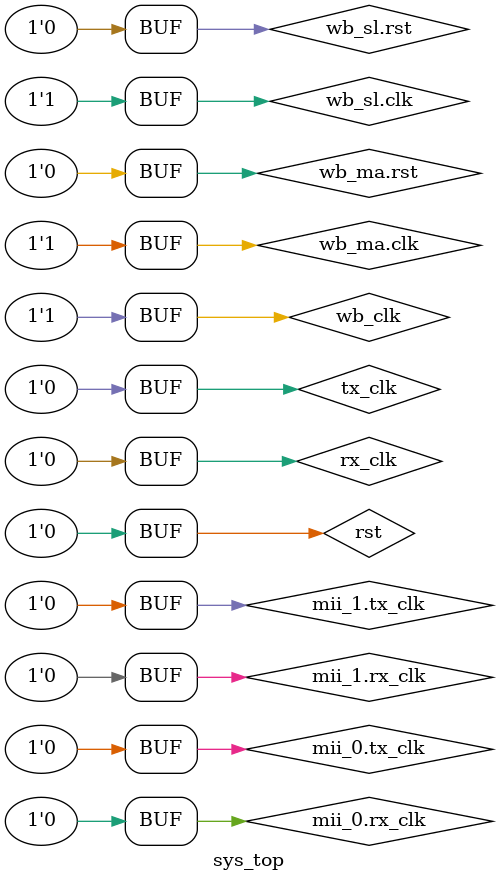
<source format=sv>
/*********************************************************************
 * SYNOPSYS CONFIDENTIAL                                             *
 *                                                                   *
 * This is an unpublished, proprietary work of Synopsys, Inc., and   *
 * is fully protected under copyright and trade secret laws. You may *
 * not view, use, disclose, copy, or distribute this file or any     *
 * information contained herein except pursuant to a valid written   *
 * license from Synopsys.                                            *
 *********************************************************************/

// 
// -------------------------------------------------------------
//    Copyright 2004-2008 Synopsys, Inc.
//    All Rights Reserved Worldwide
// 
//    Licensed under the Apache License, Version 2.0 (the
//    "License"); you may not use this file except in
//    compliance with the License.  You may obtain a copy of
//    the License at
// 
//        http://www.apache.org/licenses/LICENSE-2.0
// 
//    Unless required by applicable law or agreed to in
//    writing, software distributed under the License is
//    distributed on an "AS IS" BASIS, WITHOUT WARRANTIES OR
//    CONDITIONS OF ANY KIND, either express or implied.  See
//    the License for the specific language governing
//    permissions and limitations under the License.
// -------------------------------------------------------------
//


`include "timescale.v"

`include "wb_if.sv"
`include "mii_if.sv"

module sys_top;

// Clock and reset drivers
bit tx_clk;
bit rx_clk;
bit wb_clk;
bit rst = 0;


//
// Wishbone Signals
//
wb_if wb_sl();   // Slave interface on DUT
wb_if wb_ma();   // Master interface on DUT
wire wb_int0, wb_int1;

assign wb_ma.clk = wb_clk;
assign wb_sl.clk = wb_clk;
assign wb_ma.rst = rst;
assign wb_sl.rst = rst;
assign wb_ma.adr[63:32] = 32'h0000_0000;

//
// MII Signals
//
mii_if mii_0();
mii_if mii_1();

assign mii_0.tx_clk = tx_clk;
assign mii_0.rx_clk = rx_clk;
assign mii_1.tx_clk = tx_clk;
assign mii_1.rx_clk = rx_clk;

//
// DUT
//
dual_eth dut (// WISHBONE common
             .wb_clk_i(wb_sl.clk),
             .wb_rst_i(wb_sl.rst), 
             .int0    (wb_int0),
             .int1    (wb_int1),

             // WISHBONE slave
             .wb_adr_i(wb_sl.adr[31:2]),
             .wb_sel_i(wb_sl.sel[3:0]),
             .wb_we_i (wb_sl.we), 
             .wb_cyc_i(wb_sl.cyc),
             .wb_stb_i(wb_sl.stb),
             .wb_ack_o(wb_sl.ack), 
             .wb_err_o(wb_sl.err),
             .wb_dat_i(wb_sl.wdat[31:0]),
             .wb_dat_o(wb_sl.rdat[31:0]), 
 	
             // WISHBONE master
             .m_wb_adr_o(wb_ma.adr[31:0]),
             .m_wb_sel_o(wb_ma.sel[3:0]),
             .m_wb_we_o (wb_ma.we), 
             .m_wb_dat_i(wb_ma.rdat[31:0]),
             .m_wb_dat_o(wb_ma.wdat[31:0]),
             .m_wb_cyc_o(wb_ma.cyc), 
             .m_wb_stb_o(wb_ma.stb),
             .m_wb_ack_i(wb_ma.ack),
             .m_wb_err_i(wb_ma.err), 

             // MII TX
             .m0tx_clk_pad_i(mii_0.tx_clk),
             .m0txd_pad_o   (mii_0.txd),
             .m0txen_pad_o  (mii_0.tx_en),
             .m0txerr_pad_o (mii_0.tx_err),

             .m1tx_clk_pad_i(mii_1.tx_clk),
             .m1txd_pad_o   (mii_1.txd),
             .m1txen_pad_o  (mii_1.tx_en),
             .m1txerr_pad_o (mii_1.tx_err),

             // MII RX
             .m0rx_clk_pad_i(mii_0.rx_clk),
             .m0rxd_pad_i   (mii_0.rxd),
             .m0rxdv_pad_i  (mii_0.rx_dv),
             .m0rxerr_pad_i (mii_0.rx_err), 

             .m1rx_clk_pad_i(mii_1.rx_clk),
             .m1rxd_pad_i   (mii_1.rxd),
             .m1rxdv_pad_i  (mii_1.rx_dv),
             .m1rxerr_pad_i (mii_1.rx_err), 

             .m0coll_pad_i  (mii_0.col),
             .m0crs_pad_i   (mii_0.crs), 
  
             .m1coll_pad_i  (mii_1.col),
             .m1crs_pad_i   (mii_1.crs)
);


//
// Clock generators
//
always
begin
  #5; wb_clk = 0;
  #5; wb_clk = 1;
end

always
begin // 100Mb
   #(20) rx_clk = 1;
   #(20) rx_clk = 0;
end

always
begin // 100Mb
   #(20) tx_clk = 1;
   #(20) tx_clk = 0;
end

endmodule: sys_top

</source>
